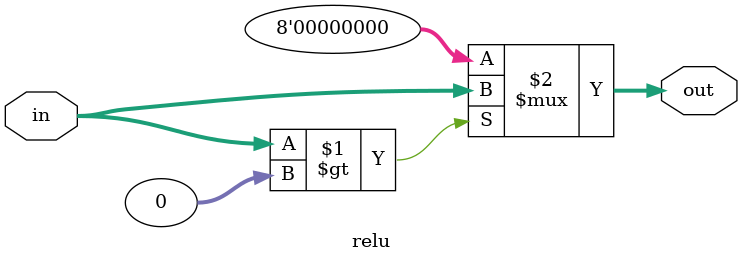
<source format=v>
module relu #(
    parameter DATA_WIDTH = 8
)(
    input  signed [DATA_WIDTH-1:0] in,
    output signed [DATA_WIDTH-1:0] out
);

    assign out = (in > 0) ? in : {DATA_WIDTH{1'b0}};

endmodule
</source>
